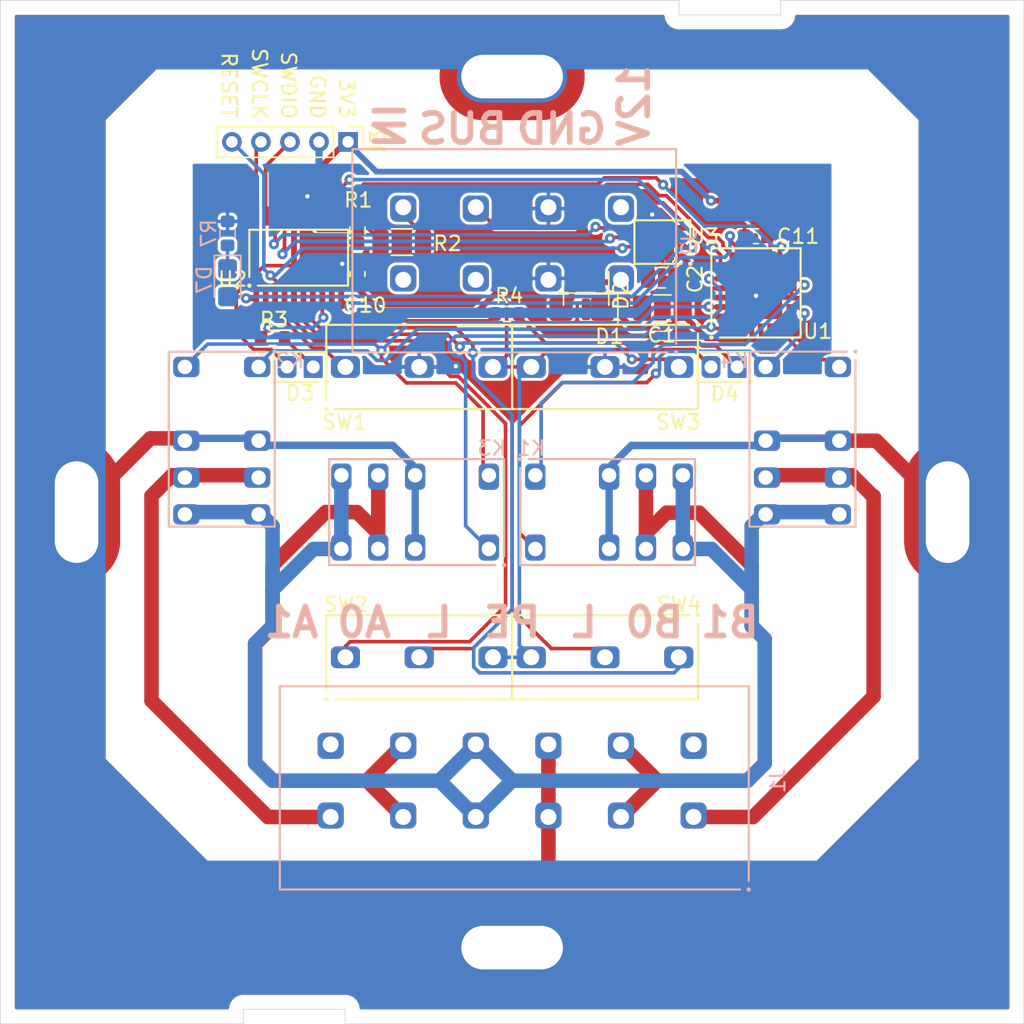
<source format=kicad_pcb>
(kicad_pcb (version 20211014) (generator pcbnew)
  (layers (0 "F.Cu" signal) (31 "B.Cu" signal) (34 "B.Paste" user) (35 "F.Paste" user) (36 "B.SilkS" user "B.Silkscreen") (37 "F.SilkS" user "F.Silkscreen") (38 "B.Mask" user) (39 "F.Mask" user) (44 "Edge.Cuts" user))
  (net 0 "")
  (net 2 "GND")
  (net 3 "+12V")
  (net 4 "+3V3")
  (net 5 "PE")
  (net 6 "L")
  (net 7 "SWDIO")
  (net 8 "SWCLK")
  (net 9 "KA1")
  (net 10 "KA0")
  (net 11 "KB0")
  (net 12 "KB1")
  (net 13 "SWA0")
  (net 14 "SWA1")
  (net 15 "SWB0")
  (net 16 "SWB1")
  (net 17 "Net-(D1-Pad2)")
  (net 18 "RESET")
  (net 19 "HB_MISO")
  (net 20 "HB_SS")
  (net 21 "HB_SCK")
  (net 22 "HB_MOSI")
  (net 23 "AY")
  (net 24 "AX")
  (net 25 "AZ")
  (net 26 "BY")
  (net 27 "BX")
  (net 28 "BZ")
  (net 29 "LEDA")
  (net 30 "LEDB")
  (net 31 "Net-(D3-Pad1)")
  (net 32 "Net-(D4-Pad1)")
  (net 33 "BUS_EN")
  (net 34 "Net-(D7-Pad1)")
  (net 35 "IN")
  (net 36 "BUS")
  (net 37 "AD")
  (net 38 "BUS_TX")
  (net 39 "BUS_RX")
  (footprint "Capacitor_SMD:C_0805_2012Metric" (layer "F.Cu") (at 110.3 83.85)
    (fp_text reference "C2")
    (fp_text value "22u/16V")
  )
  (footprint "Capacitor_SMD:C_0603_1608Metric" (layer "F.Cu") (at 116.8 81 180)
    (fp_text reference "C11")
    (fp_text value "100n")
  )
  (footprint "Connector_PinHeader_2.00mm:PinHeader_1x05_P2.00mm_Vertical" (layer "F.Cu") (at 88.7 74.5 -90)
    (fp_text reference "J3")
    (fp_text value "Conn_01x05")
  )
  (footprint "RoomControl:D2F-01" (layer "F.Cu") (at 93.6 90 90)
    (fp_text reference "SW1")
    (fp_text value "D2F-01")
  )
  (footprint "RoomControl:D2F-01" (layer "F.Cu") (at 93.6 110 90)
    (fp_text reference "SW2")
    (fp_text value "D2F-01")
  )
  (footprint "RoomControl:D2F-01" (layer "F.Cu") (at 106.4 90 -90)
    (fp_text reference "SW3")
    (fp_text value "D2F-01")
  )
  (footprint "RoomControl:D2F-01" (layer "F.Cu") (at 106.4 110 -90)
    (fp_text reference "SW4")
    (fp_text value "D2F-01")
  )
  (footprint "Resistor_SMD:R_0603_1608Metric" (layer "F.Cu") (at 83.5 88 180)
    (fp_text reference "R3")
    (fp_text value "330R")
  )
  (footprint "Capacitor_SMD:C_0603_1608Metric" (layer "F.Cu") (at 89.35 83.6 90)
    (fp_text reference "C10")
    (fp_text value "100n")
  )
  (footprint "Resistor_SMD:R_0603_1608Metric" (layer "F.Cu") (at 99.65 86.35 180)
    (fp_text reference "R4")
    (fp_text value "330R")
  )
  (footprint "RoomControl:STM32F042F6" (layer "F.Cu") (at 85.3 82.475 90)
    (fp_text reference "U2")
    (fp_text value "STM32F042F6Px")
  )
  (footprint "RoomControl:DiodeHolesSwitch" (layer "F.Cu") (at 114.6 90 180)
    (fp_text reference "D4")
    (fp_text value "LED")
  )
  (footprint "Resistor_SMD:R_0603_1608Metric" (layer "F.Cu") (at 89.35 80.6 -90)
    (fp_text reference "R1")
    (fp_text value "10k")
  )
  (footprint "Resistor_SMD:R_1206_3216Metric" (layer "F.Cu") (at 92.4 81.4)
    (fp_text reference "R2")
    (fp_text value "33k")
  )
  (footprint "RoomControl:MPQ6526GU" (layer "F.Cu") (at 116.8 84.9 90)
    (fp_text reference "U1")
    (fp_text value "MPQ6526GU")
  )
  (footprint "RoomControl:NCV7428MW" (layer "F.Cu") (at 110.35 81.4 180)
    (fp_text reference "U3")
    (fp_text value "NCV7428MW")
  )
  (footprint "Diode_SMD:D_1206_3216Metric_Castellated" (layer "F.Cu") (at 104.8 86 180)
    (fp_text reference "D1")
    (fp_text value "D")
  )
  (footprint "RoomControl:DiodeHolesSwitch" (layer "F.Cu") (at 85.4 90 180)
    (fp_text reference "D3")
    (fp_text value "LED")
  )
  (footprint "Capacitor_SMD:C_1206_3216Metric" (layer "F.Cu") (at 110.35 85.95 180)
    (fp_text reference "C1")
    (fp_text value "10u/25V/X7R")
  )
  (footprint "RoomControl:Switch_Mount" (layer "F.Cu") (at 100 100)
    (fp_text reference "J4" hide)
    (fp_text value "Conn_01x04")
  )
  (footprint "Package_TO_SOT_SMD:SOT-23" (layer "F.Cu") (at 105.1 85.1 -90)
    (fp_text reference "D2")
    (fp_text value "BAS40-05/BAT54C")
  )
  (footprint "LED_SMD:LED_0805_2012Metric_Castellated" (layer "B.Cu") (at 80.4 84.2 -90)
    (fp_text reference "D7")
    (fp_text value "LED")
  )
  (footprint "Resistor_SMD:R_0603_1608Metric" (layer "B.Cu") (at 80.4 80.8 90)
    (fp_text reference "R7")
    (fp_text value "330R")
  )
  (footprint "RoomControl:G6SU-2" (layer "B.Cu") (at 101.6 100 -90)
    (fp_text reference "K3")
    (fp_text value "G6SU-2")
  )
  (footprint "RoomControl:G6SU-2" (layer "B.Cu") (at 80 90 180)
    (fp_text reference "K2")
    (fp_text value "G6SU-2")
  )
  (footprint "RoomControl:G6SU-2" (layer "B.Cu") (at 98.4 100 90)
    (fp_text reference "K1")
    (fp_text value "G6SU-2")
  )
  (footprint "RoomControl:G6SU-2" (layer "B.Cu") (at 120 90 180)
    (fp_text reference "K4")
    (fp_text value "G6SU-2")
  )
  (footprint "RoomControl:Wago_236-404" (layer "B.Cu") (at 107.5 81.5 90)
    (fp_text reference "J2")
    (fp_text value "Conn_01x04")
  )
  (footprint "RoomControl:Wago_236-406" (layer "B.Cu") (at 112.5 118.5 90)
    (fp_text reference "J1")
    (fp_text value "Conn_01x06")
  )
  (gr_line (start 64.75 135.25) (end 81.5 135.25) (layer "Edge.Cuts") (width 0.05))
  (gr_line (start 111.5 65.75) (end 111.5 64.75) (layer "Edge.Cuts") (width 0.05))
  (gr_line (start 81.5 134.25) (end 81.5 135.25) (layer "Edge.Cuts") (width 0.05))
  (gr_line (start 135.25 64.75) (end 135.25 135.25) (layer "Edge.Cuts") (width 0.05))
  (gr_line (start 88.5 135.25) (end 88.5 134.25) (layer "Edge.Cuts") (width 0.05))
  (gr_line (start 88.5 134.25) (end 81.5 134.25) (layer "Edge.Cuts") (width 0.05))
  (gr_line (start 118.5 65.75) (end 111.5 65.75) (layer "Edge.Cuts") (width 0.05))
  (gr_line (start 135.25 135.25) (end 88.5 135.25) (layer "Edge.Cuts") (width 0.05))
  (gr_line (start 118.5 64.75) (end 118.5 65.75) (layer "Edge.Cuts") (width 0.05))
  (gr_line (start 64.75 64.75) (end 64.75 135.25) (layer "Edge.Cuts") (width 0.05))
  (gr_line (start 135.25 64.75) (end 118.5 64.75) (layer "Edge.Cuts") (width 0.05))
  (gr_line (start 111.5 64.75) (end 64.75 64.75) (layer "Edge.Cuts") (width 0.05))
  (gr_text "L" (at 95 107.6) (layer "B.SilkS") (effects (font (size 2 2) (thickness 0.4)) (justify mirror)))
  (gr_text "L" (at 105 107.6) (layer "B.SilkS") (effects (font (size 2 2) (thickness 0.4)) (justify mirror)))
  (gr_text "B0" (at 109.8 107.6) (layer "B.SilkS") (effects (font (size 2 2) (thickness 0.4)) (justify mirror)))
  (gr_text "A1" (at 84.8 107.6) (layer "B.SilkS") (effects (font (size 2 2) (thickness 0.4)) (justify mirror)))
  (gr_text "A0" (at 89.8 107.6) (layer "B.SilkS") (effects (font (size 2 2) (thickness 0.4)) (justify mirror)))
  (gr_text "PE" (at 100 107.6) (layer "B.SilkS") (effects (font (size 2 2) (thickness 0.4)) (justify mirror)))
  (gr_text "GND" (at 103.4 73.6) (layer "B.SilkS") (effects (font (size 2 2) (thickness 0.4)) (justify mirror)))
  (gr_text "12V" (at 108.4 72 90) (layer "B.SilkS") (effects (font (size 2 2) (thickness 0.4)) (justify mirror)))
  (gr_text "B1" (at 115 107.6) (layer "B.SilkS") (effects (font (size 2 2) (thickness 0.4)) (justify mirror)))
  (gr_text "IN" (at 91.6 73.4 90) (layer "B.SilkS") (effects (font (size 2 2) (thickness 0.4)) (justify mirror)))
  (gr_text "BUS" (at 96.6 73.6) (layer "B.SilkS") (effects (font (size 2 2) (thickness 0.4)) (justify mirror)))
  (gr_text "3V3" (at 88.6 71.5 270) (layer "F.SilkS") (effects (font (size 1 1))))
  (gr_text "SWCLK" (at 82.6 70.5 270) (layer "F.SilkS") (effects (font (size 1 1))))
  (gr_text "GND" (at 86.6 71.4 270) (layer "F.SilkS") (effects (font (size 1 1))))
  (gr_text "SWDIO" (at 84.6 70.6 270) (layer "F.SilkS") (effects (font (size 1 1))))
  (gr_text "RESET" (at 80.5 70.6 270) (layer "F.SilkS") (effects (font (size 1 1))))
  (segment (start 97.35499 109.34501) (end 97.3 109.4) (width 0.25) (layer "F.Cu") (net 2))
  (segment (start 97.765044 108.92499) (end 97.35499 109.335044) (width 0.25) (layer "F.Cu") (net 2))
  (segment (start 97.35499 109.335044) (end 97.35499 109.34501) (width 0.25) (layer "F.Cu") (net 2))
  (segment (start 97.77501 108.92499) (end 97.765044 108.92499) (width 0.25) (layer "F.Cu") (net 2))
  (segment (start 100 106.7) (end 97.77501 108.92499) (width 0.25) (layer "F.Cu") (net 2))
  (segment (start 97.3 109.4) (end 94.2 109.4) (width 0.25) (layer "F.Cu") (net 2))
  (segment (start 94.2 109.4) (end 93.6 110) (width 0.25) (layer "F.Cu") (net 2))
  (segment (start 106.4 110) (end 105.8 109.4) (width 0.25) (layer "F.Cu") (net 2))
  (segment (start 105.8 109.4) (end 102.7 109.4) (width 0.25) (layer "F.Cu") (net 2))
  (segment (start 102.64501 109.34501) (end 102.64501 109.335044) (width 0.25) (layer "F.Cu") (net 2))
  (segment (start 102.7 109.4) (end 102.64501 109.34501) (width 0.25) (layer "F.Cu") (net 2))
  (segment (start 102.64501 109.335044) (end 102.234956 108.92499) (width 0.25) (layer "F.Cu") (net 2))
  (segment (start 102.234956 108.92499) (end 102.22499 108.92499) (width 0.25) (layer "F.Cu") (net 2))
  (segment (start 102.22499 108.92499) (end 100 106.7) (width 0.25) (layer "F.Cu") (net 2))
  (segment (start 96.236408 89.950012) (end 96.12501 89.950012) (width 0.25) (layer "F.Cu") (net 2))
  (segment (start 100 106.7) (end 100 93.713604) (width 0.25) (layer "F.Cu") (net 2))
  (segment (start 116.675 85.225) (end 116.8 85.1) (width 0.25) (layer "F.Cu") (net 2))
  (segment (start 100 93.713604) (end 96.236408 89.950012) (width 0.25) (layer "F.Cu") (net 2))
  (segment (start 110.575 81.075) (end 110.15 81.5) (width 0.25) (layer "F.Cu") (net 2))
  (segment (start 116.475 81.4625) (end 116.475 82.45) (width 0.25) (layer "F.Cu") (net 2))
  (segment (start 114.35 84.575) (end 116.475 84.575) (width 0.25) (layer "F.Cu") (net 2))
  (segment (start 114.35 86.5) (end 115.175 86.5) (width 0.25) (layer "F.Cu") (net 2))
  (segment (start 96.124998 89.95) (end 96.12501 89.950012) (width 0.25) (layer "F.Cu") (net 2))
  (segment (start 119.25 85.25) (end 117.125 85.25) (width 0.25) (layer "F.Cu") (net 2))
  (segment (start 96.05461 89.95) (end 96.124998 89.95) (width 0.25) (layer "F.Cu") (net 2))
  (segment (start 111.2375 83.95) (end 110.9 83.6125) (width 0.25) (layer "F.Cu") (net 2))
  (segment (start 110.9 83.6125) (end 110.9 81.95) (width 0.25) (layer "F.Cu") (net 2))
  (segment (start 110.35 81.4) (end 110.15 81.4) (width 0.25) (layer "F.Cu") (net 2))
  (segment (start 111.7 81.075) (end 110.575 81.075) (width 0.25) (layer "F.Cu") (net 2))
  (segment (start 119.25 84.575) (end 117.125 84.575) (width 0.25) (layer "F.Cu") (net 2))
  (segment (start 116.475 82.45) (end 116.475 84.575) (width 0.25) (layer "F.Cu") (net 2))
  (segment (start 116.0125 81) (end 116.475 81.4625) (width 0.25) (layer "F.Cu") (net 2))
  (segment (start 119.25 86.55) (end 118.425 86.55) (width 0.25) (layer "F.Cu") (net 2))
  (segment (start 110.9 81.95) (end 110.35 81.4) (width 0.25) (layer "F.Cu") (net 2))
  (segment (start 114.35 85.225) (end 116.675 85.225) (width 0.25) (layer "F.Cu") (net 2))
  (via (at 96.12501 89.950012) (size 0.7) (drill 0.3) (layers "F.Cu" "B.Cu") (net 2))
  (via (at 88.3 82.9) (size 0.7) (drill 0.3) (layers "F.Cu" "B.Cu") (net 2))
  (via (at 85.9 78.25) (size 0.7) (drill 0.3) (layers "F.Cu" "B.Cu") (net 2))
  (via (at 116.8 85.1) (size 0.7) (drill 0.3) (layers "F.Cu" "B.Cu") (net 2))
  (via (at 109.65 79.5) (size 0.7) (drill 0.3) (layers "F.Cu" "B.Cu") (net 2))
  (segment (start 86.6 74.5) (end 86.7 74.6) (width 0.5) (layer "B.Cu") (net 2))
  (segment (start 86.7 74.6) (end 86.7 76.5) (width 0.5) (layer "B.Cu") (net 2))
  (segment (start 96.075022 90) (end 96.12501 89.950012) (width 0.25) (layer "B.Cu") (net 2))
  (segment (start 93.6 90) (end 96.075022 90) (width 0.25) (layer "B.Cu") (net 2))
  (segment (start 116.475 87.65) (end 116.475 88.15) (width 0.25) (layer "F.Cu") (net 3))
  (segment (start 110.65 87.3) (end 111.85 86.1) (width 0.4) (layer "F.Cu") (net 3))
  (segment (start 106.2875 86.0375) (end 106.325 86) (width 0.4) (layer "F.Cu") (net 3))
  (segment (start 111.7 82.375) (end 112.12501 82.80001) (width 0.4) (layer "F.Cu") (net 3))
  (segment (start 115.825 87.65) (end 115.825 88.1) (width 0.25) (layer "F.Cu") (net 3))
  (segment (start 112.12501 82.80001) (end 112.12501 85.82499) (width 0.4) (layer "F.Cu") (net 3))
  (segment (start 108.275 87.3) (end 110.65 87.3) (width 0.4) (layer "F.Cu") (net 3))
  (segment (start 117.675 88.1) (end 114.342477 88.1) (width 0.4) (layer "F.Cu") (net 3))
  (segment (start 112.12501 85.82499) (end 111.85 86.1) (width 0.4) (layer "F.Cu") (net 3))
  (segment (start 114.342477 88.1) (end 114.267466 88.024989) (width 0.4) (layer "F.Cu") (net 3))
  (segment (start 105.1 86.0375) (end 106.2875 86.0375) (width 0.4) (layer "F.Cu") (net 3))
  (segment (start 117.775 88) (end 117.675 88.1) (width 0.4) (layer "F.Cu") (net 3))
  (segment (start 106.975 86) (end 108.275 87.3) (width 0.4) (layer "F.Cu") (net 3))
  (segment (start 114.267466 88.024989) (end 113.389433 88.024989) (width 0.4) (layer "F.Cu") (net 3))
  (segment (start 113.389433 88.024989) (end 111.85 86.485556) (width 0.4) (layer "F.Cu") (net 3))
  (segment (start 117.775 87.85) (end 117.775 87.65) (width 0.25) (layer "F.Cu") (net 3))
  (segment (start 117.125 87.65) (end 117.125 88.15) (width 0.25) (layer "F.Cu") (net 3))
  (segment (start 111.85 86.485556) (end 111.85 86.1) (width 0.4) (layer "F.Cu") (net 3))
  (segment (start 100.32 90) (end 98.68 90) (width 0.25) (layer "F.Cu") (net 4))
  (segment (start 101.32 90) (end 100.32 90) (width 0.25) (layer "F.Cu") (net 4))
  (segment (start 83.40001 88.80001) (end 82.20001 88.80001) (width 0.25) (layer "F.Cu") (net 4))
  (segment (start 82.20001 88.80001) (end 81 87.6) (width 0.25) (layer "F.Cu") (net 4))
  (segment (start 119.25 82.65) (end 119.300001 82.599999) (width 0.4) (layer "F.Cu") (net 4))
  (segment (start 109.1 82.475) (end 109.1 83.5875) (width 0.4) (layer "F.Cu") (net 4))
  (segment (start 113.7 90) (end 112.500011 88.800011) (width 0.25) (layer "F.Cu") (net 4))
  (segment (start 89.35 84.6) (end 91.05 86.3) (width 0.4) (layer "F.Cu") (net 4))
  (segment (start 117.5875 81) (end 115.1375 78.55) (width 0.4) (layer "F.Cu") (net 4))
  (segment (start 119.300001 81.339999) (end 118.910001 80.949999) (width 0.4) (layer "F.Cu") (net 4))
  (segment (start 84.975 79.175) (end 85.02499 79.12501) (width 0.4) (layer "F.Cu") (net 4))
  (segment (start 102.519989 88.800011) (end 101.32 90) (width 0.25) (layer "F.Cu") (net 4))
  (segment (start 85.02499 78.02501) (end 88.55 74.5) (width 0.4) (layer "F.Cu") (net 4))
  (segment (start 109 82.375) (end 109.1 82.475) (width 0.4) (layer "F.Cu") (net 4))
  (segment (start 107.935012 82.59999) (end 108.160002 82.375) (width 0.4) (layer "F.Cu") (net 4))
  (segment (start 117.775 81.1875) (end 117.5875 81) (width 0.25) (layer "F.Cu") (net 4))
  (segment (start 84.5 90) (end 84.5 89.9) (width 0.25) (layer "F.Cu") (net 4))
  (segment (start 98.975 84.825) (end 101.20001 82.59999) (width 0.4) (layer "F.Cu") (net 4))
  (segment (start 81 87.6) (end 81 84.95) (width 0.25) (layer "F.Cu") (net 4))
  (segment (start 118.910001 80.949999) (end 117.637501 80.949999) (width 0.4) (layer "F.Cu") (net 4))
  (segment (start 101.20001 82.59999) (end 107.935012 82.59999) (width 0.4) (layer "F.Cu") (net 4))
  (segment (start 109.1 83.5875) (end 109.3625 83.85) (width 0.4) (layer "F.Cu") (net 4))
  (segment (start 119.25 83.275) (end 119.25 82.65) (width 0.25) (layer "F.Cu") (net 4))
  (segment (start 97.5 86.3) (end 98.975 84.825) (width 0.4) (layer "F.Cu") (net 4))
  (segment (start 88.55 74.5) (end 88.6 74.5) (width 0.4) (layer "F.Cu") (net 4))
  (segment (start 84.975 79.6) (end 84.975 79.175) (width 0.4) (layer "F.Cu") (net 4))
  (segment (start 84.975 82.925) (end 84.975 84.125) (width 0.4) (layer "F.Cu") (net 4))
  (segment (start 91.05 86.3) (end 97.5 86.3) (width 0.4) (layer "F.Cu") (net 4))
  (segment (start 89.35 84.3875) (end 89.35 84.6) (width 0.4) (layer "F.Cu") (net 4))
  (segment (start 85.1 84.25) (end 84.975 84.125) (width 0.4) (layer "F.Cu") (net 4))
  (segment (start 119.300001 82.599999) (end 119.300001 81.339999) (width 0.4) (layer "F.Cu") (net 4))
  (segment (start 84.5 89.9) (end 83.40001 88.80001) (width 0.25) (layer "F.Cu") (net 4))
  (segment (start 82.925001 83.024999) (end 84.875001 83.024999) (width 0.25) (layer "F.Cu") (net 4))
  (segment (start 112.500011 88.800011) (end 102.519989 88.800011) (width 0.25) (layer "F.Cu") (net 4))
  (segment (start 89.2125 84.25) (end 85.1 84.25) (width 0.4) (layer "F.Cu") (net 4))
  (segment (start 84.875001 83.024999) (end 84.975 82.925) (width 0.25) (layer "F.Cu") (net 4))
  (segment (start 117.637501 80.949999) (end 117.5875 81) (width 0.4) (layer "F.Cu") (net 4))
  (segment (start 84.975 79.6) (end 84.975 82.925) (width 0.4) (layer "F.Cu") (net 4))
  (segment (start 89.35 84.3875) (end 89.2125 84.25) (width 0.4) (layer "F.Cu") (net 4))
  (segment (start 85.02499 79.12501) (end 85.02499 78.02501) (width 0.4) (layer "F.Cu") (net 4))
  (segment (start 99.62501 85.47499) (end 98.97502 84.825) (width 0.25) (layer "F.Cu") (net 4))
  (segment (start 99.62501 89.22499) (end 99.62501 85.47499) (width 0.25) (layer "F.Cu") (net 4))
  (segment (start 98.68 90) (end 98.85 90) (width 0.25) (layer "F.Cu") (net 4))
  (segment (start 81 84.95) (end 82.925001 83.024999) (width 0.25) (layer "F.Cu") (net 4))
  (segment (start 108.160002 82.375) (end 109 82.375) (width 0.4) (layer "F.Cu") (net 4))
  (segment (start 98.85 90) (end 99.62501 89.22499) (width 0.25) (layer "F.Cu") (net 4))
  (segment (start 117.775 82.45) (end 117.775 81.1875) (width 0.25) (layer "F.Cu") (net 4))
  (segment (start 84.975 84.125) (end 84.975 85.35) (width 0.4) (layer "F.Cu") (net 4))
  (segment (start 98.97502 84.825) (end 98.975 84.825) (width 0.25) (layer "F.Cu") (net 4))
  (segment (start 115.1375 78.55) (end 113.7 78.55) (width 0.4) (layer "F.Cu") (net 4))
  (via (at 113.7 78.55) (size 0.7) (drill 0.3) (layers "F.Cu" "B.Cu") (net 4))
  (segment (start 101.32 110) (end 98.68 110) (width 0.25) (layer "B.Cu") (net 4))
  (segment (start 100.5 109.18) (end 101.32 110) (width 0.25) (layer "B.Cu") (net 4))
  (segment (start 100.5 90.66) (end 100.5 109.18) (width 0.25) (layer "B.Cu") (net 4))
  (segment (start 101.16 90) (end 100.5 90.66) (width 0.25) (layer "B.Cu") (net 4))
  (segment (start 101.32 90) (end 101.16 90) (width 0.25) (layer "B.Cu") (net 4))
  (segment (start 90.65 76.55) (end 111.7 76.55) (width 0.4) (layer "B.Cu") (net 4))
  (segment (start 88.6 74.5) (end 90.65 76.55) (width 0.4) (layer "B.Cu") (net 4))
  (segment (start 111.7 76.55) (end 113.7 78.55) (width 0.4) (layer "B.Cu") (net 4))
  (segment (start 100 70) (end 100 66.5) (width 1) (layer "F.Cu") (net 5))
  (segment (start 102.5 121) (end 102.5 126.9) (width 1) (layer "F.Cu") (net 5))
  (segment (start 102.5 121) (end 102.5 116) (width 1) (layer "F.Cu") (net 5))
  (segment (start 117.48 94.9) (end 116.97001 95.40999) (width 0.5) (layer "F.Cu") (net 5))
  (segment (start 93.32 102.54) (end 93.32 97.46) (width 0.5) (layer "F.Cu") (net 5))
  (segment (start 106.68 96.937244) (end 106.68 102.54) (width 0.5) (layer "F.Cu") (net 5))
  (segment (start 122.54 95.08) (end 125.08 95.08) (width 1) (layer "F.Cu") (net 5))
  (segment (start 125.08 95.08) (end 130 100) (width 1) (layer "F.Cu") (net 5))
  (segment (start 82.38 94.92) (end 77.46 94.92) (width 0.5) (layer "F.Cu") (net 5))
  (segment (start 82.86 95.4) (end 82.38 94.92) (width 0.5) (layer "F.Cu") (net 5))
  (segment (start 108.207254 95.40999) (end 106.68 96.937244) (width 0.5) (layer "F.Cu") (net 5))
  (segment (start 91.682756 95.4) (end 82.86 95.4) (width 0.5) (layer "F.Cu") (net 5))
  (segment (start 77.46 94.92) (end 75.08 94.92) (width 1) (layer "F.Cu") (net 5))
  (segment (start 91.692746 95.40999) (end 91.682756 95.4) (width 0.5) (layer "F.Cu") (net 5))
  (segment (start 93.32 96.937244) (end 91.792746 95.40999) (width 0.5) (layer "F.Cu") (net 5))
  (segment (start 122.36 94.9) (end 117.48 94.9) (width 0.5) (layer "F.Cu") (net 5))
  (segment (start 116.97001 95.40999) (end 108.207254 95.40999) (width 0.5) (layer "F.Cu") (net 5))
  (segment (start 91.792746 95.40999) (end 91.692746 95.40999) (width 0.5) (layer "F.Cu") (net 5))
  (segment (start 93.32 97.46) (end 93.32 96.937244) (width 0.5) (layer "F.Cu") (net 5))
  (segment (start 122.54 95.08) (end 122.36 94.9) (width 0.5) (layer "F.Cu") (net 5))
  (segment (start 75.08 94.92) (end 70 100) (width 1) (layer "F.Cu") (net 5))
  (segment (start 117.46 94.92) (end 122.54 94.92) (width 0.5) (layer "B.Cu") (net 5))
  (segment (start 106.68 102.54) (end 106.68 97.46) (width 0.5) (layer "B.Cu") (net 5))
  (segment (start 116.97001 95.40999) (end 117.46 94.92) (width 0.5) (layer "B.Cu") (net 5))
  (segment (start 106.68 96.937244) (end 108.207254 95.40999) (width 0.5) (layer "B.Cu") (net 5))
  (segment (start 108.207254 95.40999) (end 116.97001 95.40999) (width 0.5) (layer "B.Cu") (net 5))
  (segment (start 106.68 97.46) (end 106.68 96.937244) (width 0.5) (layer "B.Cu") (net 5))
  (segment (start 93.32 97.46) (end 93.32 96.937244) (width 0.5) (layer "B.Cu") (net 5))
  (segment (start 82.38 94.92) (end 77.46 94.92) (width 0.5) (layer "B.Cu") (net 5))
  (segment (start 82.86999 95.40999) (end 82.38 94.92) (width 0.5) (layer "B.Cu") (net 5))
  (segment (start 91.792746 95.40999) (end 82.86999 95.40999) (width 0.5) (layer "B.Cu") (net 5))
  (segment (start 93.32 96.937244) (end 91.792746 95.40999) (width 0.5) (layer "B.Cu") (net 5))
  (segment (start 93.32 102.54) (end 93.32 97.46) (width 0.5) (layer "B.Cu") (net 5))
  (segment (start 116.5 105.3) (end 116.49999 100.96001) (width 1) (layer "B.Cu") (net 6))
  (segment (start 111.76 102.54) (end 113.74 102.54) (width 1) (layer "B.Cu") (net 6))
  (segment (start 113.74 102.54) (end 116.5 105.3) (width 1) (layer "B.Cu") (net 6))
  (segment (start 117.46 100) (end 122.54 100) (width 1) (layer "B.Cu") (net 6))
  (segment (start 116.49999 100.96001) (end 117.46 100) (width 1) (layer "B.Cu") (net 6))
  (segment (start 82.54 100) (end 83.50001 100.96001) (width 1) (layer "B.Cu") (net 6))
  (segment (start 83.50001 100.96001) (end 83.50001 105.357356) (width 1) (layer "B.Cu") (net 6))
  (segment (start 88.24 102.54) (end 86.317366 102.54) (width 1) (layer "B.Cu") (net 6))
  (segment (start 86.317366 102.54) (end 83.50001 105.357356) (width 1) (layer "B.Cu") (net 6))
  (segment (start 77.46 100) (end 82.54 100) (width 1) (layer "B.Cu") (net 6))
  (segment (start 88.24 102.54) (end 88.24 97.46) (width 1) (layer "B.Cu") (net 6))
  (segment (start 111.76 102.54) (end 111.76 97.46) (width 1) (layer "B.Cu") (net 6))
  (segment (start 116.2 118.5) (end 100 118.5) (width 1) (layer "B.Cu") (net 6))
  (segment (start 83.50001 105.357356) (end 83.50001 107.842644) (width 1) (layer "B.Cu") (net 6))
  (segment (start 83.50001 107.842644) (end 82.3 109.042654) (width 1) (layer "B.Cu") (net 6))
  (segment (start 116.49999 107.842644) (end 117.4 108.742654) (width 1) (layer "B.Cu") (net 6))
  (segment (start 95 118.5) (end 97.5 121) (width 1) (layer "B.Cu") (net 6))
  (segment (start 82.3 117.3) (end 83.5 118.5) (width 1) (layer "B.Cu") (net 6))
  (segment (start 117.4 117.3) (end 116.2 118.5) (width 1) (layer "B.Cu") (net 6))
  (segment (start 116.5 105.3) (end 116.49999 107.842644) (width 1) (layer "B.Cu") (net 6))
  (segment (start 100 118.5) (end 97.5 121) (width 1) (layer "B.Cu") (net 6))
  (segment (start 95 118.5) (end 97.5 116) (width 1) (layer "B.Cu") (net 6))
  (segment (start 82.3 109.042654) (end 82.3 117.3) (width 1) (layer "B.Cu") (net 6))
  (segment (start 117.4 108.742654) (end 117.4 117.3) (width 1) (layer "B.Cu") (net 6))
  (segment (start 83.5 118.5) (end 95 118.5) (width 1) (layer "B.Cu") (net 6))
  (segment (start 100 118.5) (end 97.5 116) (width 1) (layer "B.Cu") (net 6))
  (segment (start 83.025 76.175) (end 84.7 74.5) (width 0.25) (layer "F.Cu") (net 7))
  (segment (start 83.025 79.6) (end 83.025 76.175) (width 0.25) (layer "F.Cu") (net 7))
  (segment (start 82.375 79.6) (end 82.375 74.825) (width 0.25) (layer "F.Cu") (net 8))
  (segment (start 82.375 74.825) (end 82.7 74.5) (width 0.25) (layer "F.Cu") (net 8))
  (segment (start 82.54 97.46) (end 77.46 97.46) (width 1) (layer "F.Cu") (net 9))
  (segment (start 87.5 121) (end 83.17156 121) (width 1) (layer "F.Cu") (net 9))
  (segment (start 76.58369 97.46) (end 77.46 97.46) (width 1) (layer "F.Cu") (net 9))
  (segment (start 75.15999 112.98843) (end 75.15999 98.8837) (width 1) (layer "F.Cu") (net 9))
  (segment (start 75.15999 98.8837) (end 76.58369 97.46) (width 1) (layer "F.Cu") (net 9))
  (segment (start 83.17156 121) (end 75.15999 112.98843) (width 1) (layer "F.Cu") (net 9))
  (segment (start 90.78 102.54) (end 90.78 97.46) (width 1) (layer "F.Cu") (net 10))
  (segment (start 90 118.5) (end 92.5 121) (width 1) (layer "F.Cu") (net 10))
  (segment (start 83.5 105.357346) (end 83.50001 105.357356) (width 1) (layer "F.Cu") (net 10))
  (segment (start 83.5 103.66369) (end 83.5 105.357346) (width 1) (layer "F.Cu") (net 10))
  (segment (start 83.523021 118.5) (end 90 118.5) (width 1) (layer "F.Cu") (net 10))
  (segment (start 82.3 109.1) (end 82.3 117.276979) (width 1) (layer "F.Cu") (net 10))
  (segment (start 90.78 101.46369) (end 89.31631 100) (width 1) (layer "F.Cu") (net 10))
  (segment (start 83.50001 107.89999) (end 82.3 109.1) (width 1) (layer "F.Cu") (net 10))
  (segment (start 87.16369 100) (end 83.5 103.66369) (width 1) (layer "F.Cu") (net 10))
  (segment (start 82.3 117.276979) (end 83.523021 118.5) (width 1) (layer "F.Cu") (net 10))
  (segment (start 89.31631 100) (end 87.16369 100) (width 1) (layer "F.Cu") (net 10))
  (segment (start 90.78 102.54) (end 90.78 101.46369) (width 1) (layer "F.Cu") (net 10))
  (segment (start 83.50001 105.357356) (end 83.50001 107.89999) (width 1) (layer "F.Cu") (net 10))
  (segment (start 90 118.5) (end 92.5 116) (width 1) (layer "F.Cu") (net 10))
  (segment (start 109.22 97.46) (end 109.22 102.54) (width 1) (layer "F.Cu") (net 11))
  (segment (start 116.49999 107.842644) (end 117.4 108.742654) (width 1) (layer "F.Cu") (net 11))
  (segment (start 117.4 117.316911) (end 116.216911 118.5) (width 1) (layer "F.Cu") (net 11))
  (segment (start 112.8763 100.03999) (end 116.49999 103.66368) (width 1) (layer "F.Cu") (net 11))
  (segment (start 116.49999 103.66368) (end 116.49999 107.842644) (width 1) (layer "F.Cu") (net 11))
  (segment (start 110 118.5) (end 107.5 116) (width 1) (layer "F.Cu") (net 11))
  (segment (start 116.216911 118.5) (end 110 118.5) (width 1) (layer "F.Cu") (net 11))
  (segment (start 109.22 102.54) (end 109.22 101.46369) (width 1) (layer "F.Cu") (net 11))
  (segment (start 110 118.5) (end 107.5 121) (width 1) (layer "F.Cu") (net 11))
  (segment (start 117.4 108.742654) (end 117.4 117.316911) (width 1) (layer "F.Cu") (net 11))
  (segment (start 109.22 101.46369) (end 110.6437 100.03999) (width 1) (layer "F.Cu") (net 11))
  (segment (start 110.6437 100.03999) (end 112.8763 100.03999) (width 1) (layer "F.Cu") (net 11))
  (segment (start 122.54 97.46) (end 117.46 97.46) (width 1) (layer "F.Cu") (net 12))
  (segment (start 122.54 97.46) (end 122.58 97.5) (width 1) (layer "F.Cu") (net 12))
  (segment (start 123.41631 97.46) (end 122.54 97.46) (width 1) (layer "F.Cu") (net 12))
  (segment (start 124.9 112.7) (end 124.9 98.9) (width 1) (layer "F.Cu") (net 12))
  (segment (start 124.9 98.9) (end 124.84001 98.8837) (width 1) (layer "F.Cu") (net 12))
  (segment (start 112.5 121) (end 116.6 121) (width 1) (layer "F.Cu") (net 12))
  (segment (start 124.84001 98.8837) (end 123.41631 97.46) (width 1) (layer "F.Cu") (net 12))
  (segment (start 116.6 121) (end 124.9 112.7) (width 1) (layer "F.Cu") (net 12))
  (segment (start 88.3 90) (end 88.52 90) (width 0.25) (layer "F.Cu") (net 13))
  (segment (start 88.52 90) (end 88.07 89.55) (width 0.25) (layer "F.Cu") (net 13))
  (segment (start 86.231494 88.7) (end 87 88.7) (width 0.25) (layer "F.Cu") (net 13))
  (segment (start 83.8136 86.850011) (end 84.381505 86.850011) (width 0.25) (layer "F.Cu") (net 13))
  (segment (start 83.025 86.061411) (end 83.8136 86.850011) (width 0.25) (layer "F.Cu") (net 13))
  (segment (start 83.025 84.975) (end 83.025 86.061411) (width 0.25) (layer "F.Cu") (net 13))
  (segment (start 84.381505 86.850011) (end 86.231494 88.7) (width 0.25) (layer "F.Cu") (net 13))
  (segment (start 87 88.7) (end 88.3 90) (width 0.25) (layer "F.Cu") (net 13))
  (segment (start 95.45 90.35) (end 95.749989 90.649989) (width 0.25) (layer "F.Cu") (net 14))
  (segment (start 95.749989 90.649989) (end 96.299989 90.649989) (width 0.25) (layer "F.Cu") (net 14))
  (segment (start 86.367926 88.200022) (end 94.050022 88.200022) (width 0.25) (layer "F.Cu") (net 14))
  (segment (start 94.050022 88.200022) (end 95.45 89.6) (width 0.25) (layer "F.Cu") (net 14))
  (segment (start 96.299989 90.649989) (end 99.549989 93.899989) (width 0.25) (layer "F.Cu") (net 14))
  (segment (start 83.675 84.975) (end 83.675 86.075) (width 0.25) (layer "F.Cu") (net 14))
  (segment (start 97.07501 108.92499) (end 88.84501 108.92499) (width 0.25) (layer "F.Cu") (net 14))
  (segment (start 95.45 89.6) (end 95.45 90.35) (width 0.25) (layer "F.Cu") (net 14))
  (segment (start 99.549989 106.450011) (end 97.07501 108.92499) (width 0.25) (layer "F.Cu") (net 14))
  (segment (start 84 86.4) (end 84.567904 86.4) (width 0.25) (layer "F.Cu") (net 14))
  (segment (start 99.549989 93.899989) (end 99.549989 106.450011) (width 0.25) (layer "F.Cu") (net 14))
  (segment (start 88.52 109.25) (end 88.52 110) (width 0.25) (layer "F.Cu") (net 14))
  (segment (start 84.567904 86.4) (end 86.367926 88.200022) (width 0.25) (layer "F.Cu") (net 14))
  (segment (start 88.84501 108.92499) (end 88.52 109.25) (width 0.25) (layer "F.Cu") (net 14))
  (segment (start 83.675 86.075) (end 84 86.4) (width 0.25) (layer "F.Cu") (net 14))
  (segment (start 85.625 86.820686) (end 86.554325 87.750011) (width 0.25) (layer "F.Cu") (net 15))
  (segment (start 85.625 84.975) (end 85.625 86.820686) (width 0.25) (layer "F.Cu") (net 15))
  (segment (start 110.955021 89.475021) (end 108.25 89.475021) (width 0.25) (layer "F.Cu") (net 15))
  (segment (start 86.554325 87.750011) (end 95.550011 87.750011) (width 0.25) (layer "F.Cu") (net 15))
  (segment (start 95.550011 87.750011) (end 96.4 88.6) (width 0.25) (layer "F.Cu") (net 15))
  (segment (start 111.48 90) (end 110.955021 89.475021) (width 0.25) (layer "F.Cu") (net 15))
  (via (at 96.4 88.6) (size 0.7) (drill 0.3) (layers "F.Cu" "B.Cu") (net 15))
  (via (at 108.25 89.475021) (size 0.7) (drill 0.3) (layers "F.Cu" "B.Cu") (net 15))
  (segment (start 96.65 88.35) (end 107.124979 88.35) (width 0.25) (layer "B.Cu") (net 15))
  (segment (start 107.124979 88.35) (end 108.25 89.475021) (width 0.25) (layer "B.Cu") (net 15))
  (segment (start 96.4 88.6) (end 96.65 88.35) (width 0.25) (layer "B.Cu") (net 15))
  (segment (start 86.275 86.834276) (end 86.275 84.975) (width 0.25) (layer "F.Cu") (net 16))
  (segment (start 97.3 88.500998) (end 96.099002 87.3) (width 0.25) (layer "F.Cu") (net 16))
  (segment (start 86.740724 87.3) (end 86.275 86.834276) (width 0.25) (layer "F.Cu") (net 16))
  (segment (start 97.3 89.02501) (end 97.3 88.500998) (width 0.25) (layer "F.Cu") (net 16))
  (segment (start 96.099002 87.3) (end 86.740724 87.3) (width 0.25) (layer "F.Cu") (net 16))
  (via (at 97.3 89.02501) (size 0.7) (drill 0.3) (layers "F.Cu" "B.Cu") (net 16))
  (segment (start 97.3 90.609966) (end 97.3 89.02501) (width 0.25) (layer "B.Cu") (net 16))
  (segment (start 100 93.309966) (end 97.3 90.609966) (width 0.25) (layer "B.Cu") (net 16))
  (segment (start 111.48 110.75) (end 111.15499 111.07501) (width 0.25) (layer "B.Cu") (net 16))
  (segment (start 97.35499 109.335044) (end 100 106.690034) (width 0.25) (layer "B.Cu") (net 16))
  (segment (start 97.765044 111.07501) (end 97.35499 110.664956) (width 0.25) (layer "B.Cu") (net 16))
  (segment (start 100 106.690034) (end 100 93.309966) (width 0.25) (layer "B.Cu") (net 16))
  (segment (start 97.35499 110.664956) (end 97.35499 109.335044) (width 0.25) (layer "B.Cu") (net 16))
  (segment (start 111.48 110) (end 111.48 110.75) (width 0.25) (layer "B.Cu") (net 16))
  (segment (start 111.15499 111.07501) (end 97.765044 111.07501) (width 0.25) (layer "B.Cu") (net 16))
  (segment (start 107.3375 84.1625) (end 104.15 84.1625) (width 0.4) (layer "F.Cu") (net 17))
  (segment (start 104.1 85.275) (end 103.375 86) (width 0.4) (layer "F.Cu") (net 17))
  (segment (start 104.15 84.1625) (end 104.1 84.2125) (width 0.4) (layer "F.Cu") (net 17))
  (segment (start 104.1 84.2125) (end 104.1 85.275) (width 0.4) (layer "F.Cu") (net 17))
  (segment (start 107.5 84) (end 107.3375 84.1625) (width 0.4) (layer "F.Cu") (net 17))
  (segment (start 107.6 81.825) (end 107.7 81.725) (width 0.25) (layer "F.Cu") (net 18))
  (segment (start 84.325 84.675) (end 83.35 83.7) (width 0.25) (layer "F.Cu") (net 18))
  (segment (start 107.7 81.725) (end 109 81.725) (width 0.25) (layer "F.Cu") (net 18))
  (segment (start 84.325 85.35) (end 84.325 84.675) (width 0.25) (layer "F.Cu") (net 18))
  (via (at 83.35 83.7) (size 0.7) (drill 0.3) (layers "F.Cu" "B.Cu") (net 18))
  (via (at 107.6 81.825) (size 0.7) (drill 0.3) (layers "F.Cu" "B.Cu") (net 18))
  (segment (start 107.6 81.825) (end 85.569974 81.825) (width 0.25) (layer "B.Cu") (net 18))
  (segment (start 82.900001 76.700001) (end 82.900001 83.250001) (width 0.25) (layer "B.Cu") (net 18))
  (segment (start 83.694974 83.7) (end 83.35 83.7) (width 0.25) (layer "B.Cu") (net 18))
  (segment (start 80.7 74.5) (end 82.900001 76.700001) (width 0.25) (layer "B.Cu") (net 18))
  (segment (start 85.569974 81.825) (end 83.694974 83.7) (width 0.25) (layer "B.Cu") (net 18))
  (segment (start 82.900001 83.250001) (end 83.35 83.7) (width 0.25) (layer "B.Cu") (net 18))
  (segment (start 109.927266 76.974968) (end 110.4 77.447702) (width 0.25) (layer "F.Cu") (net 19))
  (segment (start 106.356178 76.974968) (end 109.927266 76.974968) (width 0.25) (layer "F.Cu") (net 19))
  (segment (start 105.931146 77.4) (end 106.356178 76.974968) (width 0.25) (layer "F.Cu") (net 19))
  (segment (start 87.575 78.973942) (end 88.748942 77.8) (width 0.25) (layer "F.Cu") (net 19))
  (segment (start 89.78859 77.4) (end 105.931146 77.4) (width 0.25) (layer "F.Cu") (net 19))
  (segment (start 89.38859 77.8) (end 89.78859 77.4) (width 0.25) (layer "F.Cu") (net 19))
  (segment (start 88.748942 77.8) (end 89.38859 77.8) (width 0.25) (layer "F.Cu") (net 19))
  (segment (start 118.425 82.45) (end 118.425 81.825) (width 0.25) (layer "F.Cu") (net 19))
  (segment (start 118.425 81.825) (end 118.55 81.7) (width 0.25) (layer "F.Cu") (net 19))
  (segment (start 87.575 79.6) (end 87.575 78.973942) (width 0.25) (layer "F.Cu") (net 19))
  (via (at 118.55 81.7) (size 0.7) (drill 0.3) (layers "F.Cu" "B.Cu") (net 19))
  (via (at 110.4 77.447702) (size 0.7) (drill 0.3) (layers "F.Cu" "B.Cu") (net 19))
  (segment (start 116.611088 80.306062) (end 118.005026 81.7) (width 0.25) (layer "B.Cu") (net 19))
  (segment (start 110.4 77.447702) (end 113.25836 80.306062) (width 0.25) (layer "B.Cu") (net 19))
  (segment (start 118.005026 81.7) (end 118.55 81.7) (width 0.25) (layer "B.Cu") (net 19))
  (segment (start 113.25836 80.306062) (end 116.611088 80.306062) (width 0.25) (layer "B.Cu") (net 19))
  (segment (start 88.225 85.35) (end 88.699957 85.824957) (width 0.25) (layer "F.Cu") (net 20))
  (segment (start 115.825 82.1) (end 115.009585 81.284585) (width 0.25) (layer "F.Cu") (net 20))
  (segment (start 115.009585 81.284585) (end 115.009585 80.981064) (width 0.25) (layer "F.Cu") (net 20))
  (segment (start 115.009585 81.298381) (end 115.009585 80.981064) (width 0.25) (layer "F.Cu") (net 20))
  (segment (start 115.825 82.45) (end 115.825 82.1) (width 0.25) (layer "F.Cu") (net 20))
  (segment (start 88.699957 85.824957) (end 88.775043 85.824957) (width 0.25) (layer "F.Cu") (net 20))
  (via (at 88.775043 85.824957) (size 0.7) (drill 0.3) (layers "F.Cu" "B.Cu") (net 20))
  (via (at 115.009585 80.981064) (size 0.7) (drill 0.3) (layers "F.Cu" "B.Cu") (net 20))
  (segment (start 115.009585 82.090415) (end 114.650011 82.449989) (width 0.25) (layer "B.Cu") (net 20))
  (segment (start 108.475034 85.599966) (end 89.000034 85.599966) (width 0.25) (layer "B.Cu") (net 20))
  (segment (start 89.000034 85.599966) (end 88.775043 85.824957) (width 0.25) (layer "B.Cu") (net 20))
  (segment (start 114.650011 82.449989) (end 111.625011 82.449989) (width 0.25) (layer "B.Cu") (net 20))
  (segment (start 111.625011 82.449989) (end 108.475034 85.599966) (width 0.25) (layer "B.Cu") (net 20))
  (segment (start 115.009585 80.981064) (end 115.009585 82.090415) (width 0.25) (layer "B.Cu") (net 20))
  (segment (start 109.36139 77.424979) (end 110.13641 78.2) (width 0.25) (layer "F.Cu") (net 21))
  (segment (start 113.524977 81.099977) (end 114.174002 81.099977) (width 0.25) (layer "F.Cu") (net 21))
  (segment (start 114.174002 81.099977) (end 114.525002 81.450977) (width 0.25) (layer "F.Cu") (net 21))
  (segment (start 106.117557 77.85) (end 106.542578 77.424979) (width 0.25) (layer "F.Cu") (net 21))
  (segment (start 89.975 77.85) (end 106.117557 77.85) (width 0.25) (layer "F.Cu") (net 21))
  (segment (start 110.625 78.2) (end 113.524977 81.099977) (width 0.25) (layer "F.Cu") (net 21))
  (segment (start 88.225 79.6) (end 89.975 77.85) (width 0.25) (layer "F.Cu") (net 21))
  (segment (start 114.525002 81.450977) (end 114.525002 81.687502) (width 0.25) (layer "F.Cu") (net 21))
  (segment (start 110.13641 78.2) (end 110.625 78.2) (width 0.25) (layer "F.Cu") (net 21))
  (segment (start 115.175 82.3375) (end 115.175 82.4) (width 0.25) (layer "F.Cu") (net 21))
  (segment (start 114.525002 81.687502) (end 115.175 82.3375) (width 0.25) (layer "F.Cu") (net 21))
  (segment (start 106.542578 77.424979) (end 109.36139 77.424979) (width 0.25) (layer "F.Cu") (net 21))
  (segment (start 88.798942 77.1) (end 88.8 77.1) (width 0.25) (layer "F.Cu") (net 22))
  (segment (start 86.925 78.973942) (end 88.798942 77.1) (width 0.25) (layer "F.Cu") (net 22))
  (segment (start 86.925 79.6) (end 86.925 78.973942) (width 0.25) (layer "F.Cu") (net 22))
  (segment (start 114.35 83.275) (end 114.35 82.274979) (width 0.25) (layer "F.Cu") (net 22))
  (segment (start 114.35 82.274979) (end 113.85 81.774979) (width 0.25) (layer "F.Cu") (net 22))
  (via (at 88.8 77.1) (size 0.7) (drill 0.3) (layers "F.Cu" "B.Cu") (net 22))
  (via (at 113.85 81.774979) (size 0.7) (drill 0.3) (layers "F.Cu" "B.Cu") (net 22))
  (segment (start 113.85 81.774979) (end 113.355026 81.774979) (width 0.25) (layer "B.Cu") (net 22))
  (segment (start 113.355026 81.774979) (end 108.680047 77.1) (width 0.25) (layer "B.Cu") (net 22))
  (segment (start 108.680047 77.1) (end 88.8 77.1) (width 0.25) (layer "B.Cu") (net 22))
  (segment (start 114.35 85.875) (end 113.575 85.875) (width 0.25) (layer "F.Cu") (net 23))
  (segment (start 98 97.06) (end 98 92.98641) (width 0.25) (layer "F.Cu") (net 23))
  (segment (start 113.575 85.875) (end 113.55 85.85) (width 0.25) (layer "F.Cu") (net 23))
  (segment (start 96.11359 91.1) (end 92.710034 91.1) (width 0.25) (layer "F.Cu") (net 23))
  (segment (start 91 89.389966) (end 91 88.875032) (width 0.25) (layer "F.Cu") (net 23))
  (segment (start 98.4 97.46) (end 98 97.06) (width 0.25) (layer "F.Cu") (net 23))
  (segment (start 98 92.98641) (end 96.11359 91.1) (width 0.25) (layer "F.Cu") (net 23))
  (segment (start 92.710034 91.1) (end 91 89.389966) (width 0.25) (layer "F.Cu") (net 23))
  (segment (start 77.76 89.84) (end 77.46 89.84) (width 0.25) (layer "F.Cu") (net 23))
  (via (at 91 88.875032) (size 0.7) (drill 0.3) (layers "F.Cu" "B.Cu") (net 23))
  (via (at 113.55 85.85) (size 0.7) (drill 0.3) (layers "F.Cu" "B.Cu") (net 23))
  (segment (start 92.925032 86.95) (end 91 88.875032) (width 0.25) (layer "B.Cu") (net 23))
  (segment (start 113.55 85.85) (end 109.85 85.85) (width 0.25) (layer "B.Cu") (net 23))
  (segment (start 79.034967 88.425033) (end 90.550001 88.425033) (width 0.25) (layer "B.Cu") (net 23))
  (segment (start 108.75 86.95) (end 92.925032 86.95) (width 0.25) (layer "B.Cu") (net 23))
  (segment (start 90.550001 88.425033) (end 91 88.875032) (width 0.25) (layer "B.Cu") (net 23))
  (segment (start 109.85 85.85) (end 108.75 86.95) (width 0.25) (layer "B.Cu") (net 23))
  (segment (start 77.46 90) (end 79.034967 88.425033) (width 0.25) (layer "B.Cu") (net 23))
  (segment (start 113.8 87.35) (end 113.7 87.25) (width 0.25) (layer "F.Cu") (net 24))
  (segment (start 115.175 87.35) (end 113.8 87.35) (width 0.25) (layer "F.Cu") (net 24))
  (via (at 113.7 87.25) (size 0.7) (drill 0.3) (layers "F.Cu" "B.Cu") (net 24))
  (segment (start 96.800011 89.650011) (end 96.425002 89.275002) (width 0.25) (layer "B.Cu") (net 24))
  (segment (start 96.800011 100.940011) (end 96.800011 89.650011) (width 0.25) (layer "B.Cu") (net 24))
  (segment (start 96.125002 87.874998) (end 109.125002 87.874998) (width 0.25) (layer "B.Cu") (net 24))
  (segment (start 109.75 87.25) (end 113.7 87.25) (width 0.25) (layer "B.Cu") (net 24))
  (segment (start 109.125002 87.874998) (end 109.75 87.25) (width 0.25) (layer "B.Cu") (net 24))
  (segment (start 96.075002 89.275002) (end 95.7 88.9) (width 0.25) (layer "B.Cu") (net 24))
  (segment (start 95.7 88.3) (end 96.125002 87.874998) (width 0.25) (layer "B.Cu") (net 24))
  (segment (start 95.7 88.9) (end 95.7 88.3) (width 0.25) (layer "B.Cu") (net 24))
  (segment (start 96.425002 89.275002) (end 96.075002 89.275002) (width 0.25) (layer "B.Cu") (net 24))
  (segment (start 98.4 102.54) (end 96.800011 100.940011) (width 0.25) (layer "B.Cu") (net 24))
  (segment (start 113.575004 83.925) (end 113.575002 83.925002) (width 0.25) (layer "F.Cu") (net 25))
  (segment (start 114.35 83.925) (end 113.575004 83.925) (width 0.25) (layer "F.Cu") (net 25))
  (via (at 113.575002 83.925002) (size 0.7) (drill 0.3) (layers "F.Cu" "B.Cu") (net 25))
  (segment (start 114.350001 84.700001) (end 113.575002 83.925002) (width 0.25) (layer "B.Cu") (net 25))
  (segment (start 91.324002 89.550034) (end 93.474025 87.400011) (width 0.25) (layer "B.Cu") (net 25))
  (segment (start 93.474025 87.400011) (end 108.963579 87.400011) (width 0.25) (layer "B.Cu") (net 25))
  (segment (start 83.48 88.9) (end 90.025964 88.9) (width 0.25) (layer "B.Cu") (net 25))
  (segment (start 90.675998 89.550034) (end 91.324002 89.550034) (width 0.25) (layer "B.Cu") (net 25))
  (segment (start 82.54 89.84) (end 83.48 88.9) (width 0.25) (layer "B.Cu") (net 25))
  (segment (start 114.350001 86.050997) (end 114.350001 84.700001) (width 0.25) (layer "B.Cu") (net 25))
  (segment (start 109.788592 86.574998) (end 113.826 86.574998) (width 0.25) (layer "B.Cu") (net 25))
  (segment (start 108.963579 87.400011) (end 109.788592 86.574998) (width 0.25) (layer "B.Cu") (net 25))
  (segment (start 90.025964 88.9) (end 90.675998 89.550034) (width 0.25) (layer "B.Cu") (net 25))
  (segment (start 113.826 86.574998) (end 114.350001 86.050997) (width 0.25) (layer "B.Cu") (net 25))
  (segment (start 100.5 101.44) (end 100.5 94.05) (width 0.25) (layer "F.Cu") (net 26))
  (segment (start 101.6 102.54) (end 100.5 101.44) (width 0.25) (layer "F.Cu") (net 26))
  (segment (start 103.47499 91.07501) (end 109.2796 91.07501) (width 0.25) (layer "F.Cu") (net 26))
  (segment (start 100.5 94.05) (end 103.47499 91.07501) (width 0.25) (layer "F.Cu") (net 26))
  (segment (start 119.7 85.85) (end 120.15 86.3) (width 0.25) (layer "F.Cu") (net 26))
  (segment (start 109.2796 91.07501) (end 109.902305 90.452305) (width 0.25) (layer "F.Cu") (net 26))
  (segment (start 119.25 85.85) (end 119.7 85.85) (width 0.25) (layer "F.Cu") (net 26))
  (via (at 109.902305 90.452305) (size 0.7) (drill 0.3) (layers "F.Cu" "B.Cu") (net 26))
  (via (at 120.15 86.3) (size 0.7) (drill 0.3) (layers "F.Cu" "B.Cu") (net 26))
  (segment (start 110.565044 88.92499) (end 110.15499 89.335044) (width 0.25) (layer "B.Cu") (net 26))
  (segment (start 117.46 90) (end 116.38499 88.92499) (width 0.25) (layer "B.Cu") (net 26))
  (segment (start 116.38499 88.92499) (end 110.565044 88.92499) (width 0.25) (layer "B.Cu") (net 26))
  (segment (start 117.65 90) (end 120.15 87.5) (width 0.25) (layer "B.Cu") (net 26))
  (segment (start 110.15499 90.19962) (end 109.902305 90.452305) (width 0.25) (layer "B.Cu") (net 26))
  (segment (start 120.15 87.5) (end 120.15 86.3) (width 0.25) (layer "B.Cu") (net 26))
  (segment (start 110.15499 89.335044) (end 110.15499 90.19962) (width 0.25) (layer "B.Cu") (net 26))
  (segment (start 117.46 90) (end 117.65 90) (width 0.25) (layer "B.Cu") (net 26))
  (segment (start 119.25 83.95) (end 119.75 83.95) (width 0.25) (layer "F.Cu") (net 27))
  (segment (start 119.75 83.95) (end 120.15 84.35) (width 0.25) (layer "F.Cu") (net 27))
  (via (at 120.15 84.35) (size 0.7) (drill 0.3) (layers "F.Cu" "B.Cu") (net 27))
  (segment (start 110.925021 88.474979) (end 110.378644 88.474979) (width 0.25) (layer "B.Cu") (net 27))
  (segment (start 110.95 88.45) (end 110.925021 88.474979) (width 0.25) (layer "B.Cu") (net 27))
  (segment (start 120.15 84.35) (end 116.05 88.45) (width 0.25) (layer "B.Cu") (net 27))
  (segment (start 102 92.5) (end 102 97.06) (width 0.25) (layer "B.Cu") (net 27))
  (segment (start 103.42499 91.07501) (end 102 92.5) (width 0.25) (layer "B.Cu") (net 27))
  (segment (start 108.32499 91.07501) (end 103.42499 91.07501) (width 0.25) (layer "B.Cu") (net 27))
  (segment (start 109.704979 89.695023) (end 108.32499 91.07501) (width 0.25) (layer "B.Cu") (net 27))
  (segment (start 109.704979 89.148644) (end 109.704979 89.695023) (width 0.25) (layer "B.Cu") (net 27))
  (segment (start 110.378644 88.474979) (end 109.704979 89.148644) (width 0.25) (layer "B.Cu") (net 27))
  (segment (start 116.05 88.45) (end 110.95 88.45) (width 0.25) (layer "B.Cu") (net 27))
  (segment (start 102 97.06) (end 101.6 97.46) (width 0.25) (layer "B.Cu") (net 27))
  (segment (start 120.45 89.5) (end 122.2 89.5) (width 0.25) (layer "F.Cu") (net 28))
  (segment (start 122.2 89.5) (end 122.54 89.84) (width 0.25) (layer "F.Cu") (net 28))
  (segment (start 118.425 87.475) (end 120.45 89.5) (width 0.25) (layer "F.Cu") (net 28))
  (segment (start 118.425 87.35) (end 118.425 87.475) (width 0.25) (layer "F.Cu") (net 28))
  (segment (start 86.925 85.35) (end 86.925 86.525) (width 0.25) (layer "F.Cu") (net 29))
  (segment (start 83.0125 87.466854) (end 83.194232 87.285122) (width 0.25) (layer "F.Cu") (net 29))
  (segment (start 86.925 86.525) (end 87 86.6) (width 0.25) (layer "F.Cu") (net 29))
  (segment (start 83.0125 88) (end 83.0125 87.466854) (width 0.25) (layer "F.Cu") (net 29))
  (via (at 83.194232 87.285122) (size 0.7) (drill 0.3) (layers "F.Cu" "B.Cu") (net 29))
  (via (at 87 86.6) (size 0.7) (drill 0.3) (layers "F.Cu" "B.Cu") (net 29))
  (segment (start 86.314878 87.285122) (end 87 86.6) (width 0.25) (layer "B.Cu") (net 29))
  (segment (start 83.194232 87.285122) (end 86.314878 87.285122) (width 0.25) (layer "B.Cu") (net 29))
  (segment (start 98.8625 86.35) (end 98.38749 86.82501) (width 0.25) (layer "F.Cu") (net 30))
  (segment (start 87.575 86.1) (end 87.575 84.975) (width 0.25) (layer "F.Cu") (net 30))
  (segment (start 88.30001 86.82501) (end 87.575 86.1) (width 0.25) (layer "F.Cu") (net 30))
  (segment (start 98.38749 86.82501) (end 88.30001 86.82501) (width 0.25) (layer "F.Cu") (net 30))
  (segment (start 84.5875 88) (end 84.5875 88.2875) (width 0.25) (layer "F.Cu") (net 31))
  (segment (start 84.5875 88.2875) (end 86.3 90) (width 0.25) (layer "F.Cu") (net 31))
  (segment (start 86.580034 90.05) (end 85.8 90.05) (width 0.25) (layer "F.Cu") (net 31))
  (segment (start 114.05 88.55) (end 113.1 88.55) (width 0.25) (layer "F.Cu") (net 32))
  (segment (start 115.5 90) (end 114.05 88.55) (width 0.25) (layer "F.Cu") (net 32))
  (segment (start 100.4375 86.49375) (end 100.4375 86.35) (width 0.25) (layer "F.Cu") (net 32))
  (segment (start 102.29375 88.35) (end 100.4375 86.49375) (width 0.25) (layer "F.Cu") (net 32))
  (segment (start 112.9 88.35) (end 102.29375 88.35) (width 0.25) (layer "F.Cu") (net 32))
  (segment (start 113.1 88.55) (end 112.9 88.35) (width 0.25) (layer "F.Cu") (net 32))
  (segment (start 112.4 81.775489) (end 112.349511 81.725) (width 0.25) (layer "F.Cu") (net 33))
  (segment (start 81.74771 85.35) (end 81.67501 85.2773) (width 0.25) (layer "F.Cu") (net 33))
  (segment (start 112.349511 81.725) (end 111.7 81.725) (width 0.25) (layer "F.Cu") (net 33))
  (segment (start 82.375 85.35) (end 81.74771 85.35) (width 0.25) (layer "F.Cu") (net 33))
  (via (at 112.4 81.775489) (size 0.7) (drill 0.3) (layers "F.Cu" "B.Cu") (net 33))
  (via (at 81.67501 85.2773) (size 0.7) (drill 0.3) (layers "F.Cu" "B.Cu") (net 33))
  (segment (start 80.4 85.1625) (end 88.58841 85.1625) (width 0.25) (layer "B.Cu") (net 33))
  (segment (start 111.613582 81.825008) (end 112.175008 81.825008) (width 0.25) (layer "B.Cu") (net 33))
  (segment (start 88.58841 85.1625) (end 88.600955 85.149955) (width 0.25) (layer "B.Cu") (net 33))
  (segment (start 108.288635 85.149955) (end 111.613582 81.825008) (width 0.25) (layer "B.Cu") (net 33))
  (segment (start 88.600955 85.149955) (end 108.288635 85.149955) (width 0.25) (layer "B.Cu") (net 33))
  (segment (start 80.4 83.2375) (end 80.4 81.5875) (width 0.25) (layer "B.Cu") (net 34))
  (segment (start 93.8625 81.4) (end 93.8625 80.8625) (width 0.25) (layer "F.Cu") (net 35))
  (segment (start 92.5 79.5) (end 92.5 79) (width 0.25) (layer "F.Cu") (net 35))
  (segment (start 92.925 79.425) (end 92.5 79) (width 0.25) (layer "F.Cu") (net 35))
  (segment (start 93.8625 80.8625) (end 92.5 79.5) (width 0.25) (layer "F.Cu") (net 35))
  (segment (start 98.82501 80.32501) (end 104.278958 80.32501) (width 0.25) (layer "F.Cu") (net 36))
  (segment (start 97.5 79) (end 98.82501 80.32501) (width 0.25) (layer "F.Cu") (net 36))
  (segment (start 111.7 80) (end 111.7 80.425) (width 0.25) (layer "F.Cu") (net 36))
  (segment (start 110.4 78.7) (end 111.7 80) (width 0.25) (layer "F.Cu") (net 36))
  (segment (start 104.278958 80.32501) (end 106.728978 77.87499) (width 0.25) (layer "F.Cu") (net 36))
  (segment (start 106.728978 77.87499) (end 109.17499 77.87499) (width 0.25) (layer "F.Cu") (net 36))
  (segment (start 109.17499 77.87499) (end 110 78.7) (width 0.25) (layer "F.Cu") (net 36))
  (segment (start 110 78.7) (end 110.4 78.7) (width 0.25) (layer "F.Cu") (net 36))
  (segment (start 86.648952 80.60001) (end 88.57499 80.60001) (width 0.25) (layer "F.Cu") (net 37))
  (segment (start 90.9375 81.3125) (end 89.4 79.775) (width 0.25) (layer "F.Cu") (net 37))
  (segment (start 88.57499 80.60001) (end 89.4 79.775) (width 0.25) (layer "F.Cu") (net 37))
  (segment (start 86.275 79.6) (end 86.275 80.226058) (width 0.25) (layer "F.Cu") (net 37))
  (segment (start 90.9375 81.4) (end 90.9375 81.3125) (width 0.25) (layer "F.Cu") (net 37))
  (segment (start 86.275 80.226058) (end 86.648952 80.60001) (width 0.25) (layer "F.Cu") (net 37))
  (segment (start 84.181565 81.953694) (end 84.325 81.810259) (width 0.25) (layer "F.Cu") (net 38))
  (segment (start 84.325 81.810259) (end 84.325 79.6) (width 0.25) (layer "F.Cu") (net 38))
  (segment (start 84.181565 82.235991) (end 84.181565 81.953694) (width 0.25) (layer "F.Cu") (net 38))
  (segment (start 106.75 81.15) (end 106.825 81.075) (width 0.25) (layer "F.Cu") (net 38))
  (segment (start 106.825 81.075) (end 109 81.075) (width 0.25) (layer "F.Cu") (net 38))
  (via (at 106.75 81.15) (size 0.7) (drill 0.3) (layers "F.Cu" "B.Cu") (net 38))
  (via (at 84.181565 82.235991) (size 0.7) (drill 0.3) (layers "F.Cu" "B.Cu") (net 38))
  (segment (start 85.067556 81.35) (end 84.181565 82.235991) (width 0.25) (layer "B.Cu") (net 38))
  (segment (start 106.75 81.15) (end 106.55 81.35) (width 0.25) (layer "B.Cu") (net 38))
  (segment (start 106.55 81.35) (end 85.067556 81.35) (width 0.25) (layer "B.Cu") (net 38))
  (segment (start 105.75 80.35) (end 105.825 80.425) (width 0.25) (layer "F.Cu") (net 39))
  (segment (start 83.675 81.461257) (end 83.593953 81.542304) (width 0.25) (layer "F.Cu") (net 39))
  (segment (start 105.825 80.425) (end 109 80.425) (width 0.25) (layer "F.Cu") (net 39))
  (segment (start 83.675 79.225) (end 83.675 81.461257) (width 0.25) (layer "F.Cu") (net 39))
  (via (at 105.75 80.35) (size 0.7) (drill 0.3) (layers "F.Cu" "B.Cu") (net 39))
  (via (at 83.593953 81.542304) (size 0.7) (drill 0.3) (layers "F.Cu" "B.Cu") (net 39))
  (segment (start 105.2 80.9) (end 84.236257 80.9) (width 0.25) (layer "B.Cu") (net 39))
  (segment (start 84.236257 80.9) (end 83.593953 81.542304) (width 0.25) (layer "B.Cu") (net 39))
  (segment (start 105.75 80.35) (end 105.2 80.9) (width 0.25) (layer "B.Cu") (net 39))
  (zone (net 5) (net_name "PE") (layer "F.Cu") (connect_pads yes (clearance 1)) (min_thickness 0.2) (fill yes (thermal_gap 0.1) (thermal_bridge_width 0.25))
    (polygon (pts (xy 65 65) (xy 135 65) (xy 135 135) (xy 65 135)))
    (polygon (pts (xy 128 117) (xy 128 73) (xy 124.5 69.5) (xy 75.5 69.5) (xy 72 73) (xy 72 117) (xy 79 124) (xy 121 124)))
  )
  (zone (net 2) (net_name "GND") (layer "F.Cu") (connect_pads (clearance 0.2)) (min_thickness 0.2) (fill yes (thermal_gap 0.2) (thermal_bridge_width 0.25))
    (polygon (pts (xy 78 77) (xy 122 77) (xy 122 90.5) (xy 103.5 90.5) (xy 100 94) (xy 96.5 90.5) (xy 78 90.5)))
  )
  (zone (net 5) (net_name "PE") (layer "B.Cu") (connect_pads yes (clearance 1)) (min_thickness 0.2) (fill yes (thermal_gap 0.1) (thermal_bridge_width 0.25))
    (polygon (pts (xy 65 65) (xy 135 65) (xy 135 135) (xy 65 135)))
    (polygon (pts (xy 128 117) (xy 128 73) (xy 124.5 69.5) (xy 75.5 69.5) (xy 72 73) (xy 72 117) (xy 79 124) (xy 121 124)))
  )
  (zone (net 2) (net_name "GND") (layer "B.Cu") (connect_pads (clearance 0.2)) (min_thickness 0.2) (fill yes (thermal_gap 0.2) (thermal_bridge_width 0.25))
    (polygon (pts (xy 78 76) (xy 122 76) (xy 122 90.5) (xy 78 90.5)))
  )
)
</source>
